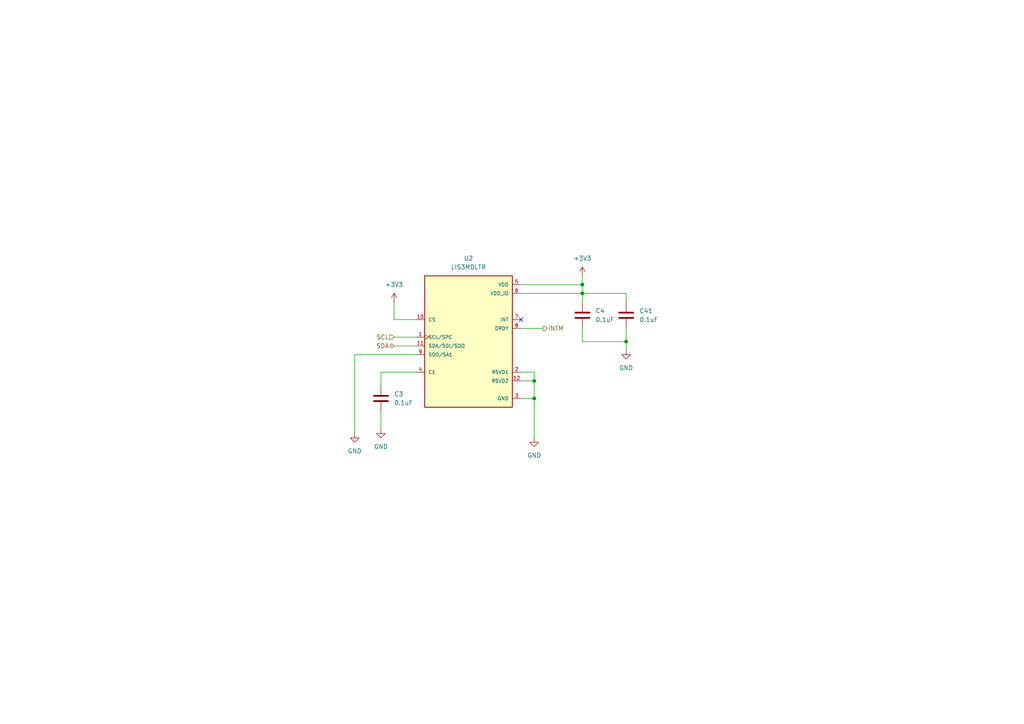
<source format=kicad_sch>
(kicad_sch (version 20211123) (generator eeschema)
  (paper "A4")
  (lib_symbols
    (symbol "Device:C" (pin_numbers hide) (pin_names (offset 0.254))
      (property "Reference" "C" (at 0.635 2.54 0))
      (property "Value" "C" (at 0.635 -2.54 0))
      (symbol "C_0_1"
        (polyline (pts (xy -2.032 -0.762) (xy 2.032 -0.762)) (stroke (width 0.508)))
        (polyline (pts (xy -2.032 0.762) (xy 2.032 0.762)) (stroke (width 0.508)))
      )
      (symbol "C_1_1"
        (pin passive line (at 0 3.81 270) (length 2.794) (name "~") (number "1"))
        (pin passive line (at 0 -3.81 90) (length 2.794) (name "~") (number "2"))
      )
    )
    (symbol "LIS3MDLTR:LIS3MDLTR" (pin_names (offset 1.016))
      (property "Reference" "U" (at -12.7 18.288 0))
      (property "Value" "LIS3MDLTR" (at -12.7254 -22.8854 0))
      (symbol "LIS3MDLTR_0_0"
        (rectangle (start -12.7 -20.32) (end 12.7 17.78) (stroke (width 0.254)) (fill (type background)))
        (pin input clock (at -15.24 0 0) (length 2.54) (name "SCL/SPC") (number "1"))
        (pin input line (at -15.24 5.08 0) (length 2.54) (name "CS") (number "10"))
        (pin bidirectional line (at -15.24 -2.54 0) (length 2.54) (name "SDA/SDI/SDO") (number "11"))
        (pin passive line (at 15.24 -12.7 180) (length 2.54) (name "RSVD2") (number "12"))
        (pin passive line (at 15.24 -10.16 180) (length 2.54) (name "RSVD1") (number "2"))
        (pin power_in line (at 15.24 -17.78 180) (length 2.54) (name "GND") (number "3"))
        (pin passive line (at -15.24 -10.16 0) (length 2.54) (name "C1") (number "4"))
        (pin power_in line (at 15.24 15.24 180) (length 2.54) (name "VDD") (number "5"))
        (pin power_in line (at 15.24 12.7 180) (length 2.54) (name "VDD_IO") (number "6"))
        (pin output line (at 15.24 5.08 180) (length 2.54) (name "INT") (number "7"))
        (pin output line (at 15.24 2.54 180) (length 2.54) (name "DRDY") (number "8"))
        (pin bidirectional line (at -15.24 -5.08 0) (length 2.54) (name "SDO/SA1") (number "9"))
      )
    )
    (symbol "power:+3.3V" (power) (pin_names (offset 0))
      (property "Value" "+3.3V" (at 0 3.556 0))
      (symbol "+3.3V_0_1"
        (polyline (pts (xy -0.762 1.27) (xy 0 2.54)))
        (polyline (pts (xy 0 0) (xy 0 2.54)))
        (polyline (pts (xy 0 2.54) (xy 0.762 1.27)))
      )
      (symbol "+3.3V_1_1"
        (pin power_in line (at 0 0 90) (length 0) hide (name "+3V3") (number "1"))
      )
    )
    (symbol "power:GND" (power) (pin_names (offset 0))
      (property "Value" "GND" (at 0 -3.81 0))
      (symbol "GND_0_1"
        (polyline (pts (xy 0 0) (xy 0 -1.27) (xy 1.27 -1.27) (xy 0 -2.54) (xy -1.27 -1.27) (xy 0 -1.27)))
      )
      (symbol "GND_1_1"
        (pin power_in line (at 0 0 270) (length 0) hide (name "GND") (number "1"))
      )
    )
  )
  (junction (at 168.91 82.55))
  (junction (at 168.91 85.09))
  (junction (at 181.61 99.06))
  (junction (at 154.94 110.49))
  (junction (at 154.94 115.57))
  (no_connect (at 151.13 92.71))
  (wire (pts (xy 168.91 80.01) (xy 168.91 82.55)))
  (wire (pts (xy 114.3 100.33) (xy 120.65 100.33)))
  (wire (pts (xy 151.13 85.09) (xy 168.91 85.09)))
  (wire (pts (xy 151.13 115.57) (xy 154.94 115.57)))
  (wire (pts (xy 114.3 97.79) (xy 120.65 97.79)))
  (wire (pts (xy 110.49 107.95) (xy 110.49 111.76)))
  (wire (pts (xy 181.61 95.25) (xy 181.61 99.06)))
  (wire (pts (xy 168.91 85.09) (xy 168.91 87.63)))
  (wire (pts (xy 154.94 115.57) (xy 154.94 127)))
  (wire (pts (xy 151.13 110.49) (xy 154.94 110.49)))
  (wire (pts (xy 110.49 119.38) (xy 110.49 124.46)))
  (wire (pts (xy 102.87 102.87) (xy 120.65 102.87)))
  (wire (pts (xy 181.61 85.09) (xy 181.61 87.63)))
  (wire (pts (xy 168.91 85.09) (xy 168.91 82.55)))
  (wire (pts (xy 151.13 107.95) (xy 154.94 107.95)))
  (wire (pts (xy 168.91 99.06) (xy 181.61 99.06)))
  (wire (pts (xy 151.13 82.55) (xy 168.91 82.55)))
  (wire (pts (xy 154.94 107.95) (xy 154.94 110.49)))
  (wire (pts (xy 151.13 95.25) (xy 157.48 95.25)))
  (wire (pts (xy 114.3 92.71) (xy 120.65 92.71)))
  (wire (pts (xy 181.61 99.06) (xy 181.61 101.6)))
  (wire (pts (xy 114.3 87.63) (xy 114.3 92.71)))
  (wire (pts (xy 154.94 110.49) (xy 154.94 115.57)))
  (wire (pts (xy 120.65 107.95) (xy 110.49 107.95)))
  (wire (pts (xy 168.91 95.25) (xy 168.91 99.06)))
  (wire (pts (xy 168.91 85.09) (xy 181.61 85.09)))
  (wire (pts (xy 102.87 125.73) (xy 102.87 102.87)))
  (hierarchical_label "SDA" (shape bidirectional) (at 114.3 100.33 180))
  (hierarchical_label "INTM" (shape output) (at 157.48 95.25 0))
  (hierarchical_label "SCL" (shape input) (at 114.3 97.79 180))
  (symbol (lib_id "power:GND") (at 110.49 124.46 0) (unit 1)
    (property "Reference" "#PWR05" (effects hide))
    (property "Value" "GND" (at 110.49 129.54 0))
  )
  (symbol (lib_id "power:GND") (at 181.61 101.6 0) (unit 1)
    (property "Reference" "#PWR085" (effects hide))
    (property "Value" "GND" (at 181.61 106.68 0))
  )
  (symbol (lib_id "Device:C") (at 181.61 91.44 0) (unit 1)
    (property "Reference" "C41" (at 185.42 90.1699 0) (effects (justify left)))
    (property "Value" "0.1uF" (at 185.42 92.7099 0) (effects (justify left)))
    (property "Footprint" "Capacitor_SMD:C_0603_1608Metric" (effects hide))
  )
  (symbol (lib_id "power:GND") (at 102.87 125.73 0) (unit 1)
    (property "Reference" "#PWR04" (effects hide))
    (property "Value" "GND" (at 102.87 130.81 0))
  )
  (symbol (lib_id "Device:C") (at 110.49 115.57 0) (unit 1)
    (property "Reference" "C3" (at 114.3 114.2999 0) (effects (justify left)))
    (property "Value" "0.1uF" (at 114.3 116.8399 0) (effects (justify left)))
    (property "Footprint" "Capacitor_SMD:C_0603_1608Metric" (effects hide))
  )
  (symbol (lib_id "Device:C") (at 168.91 91.44 0) (unit 1)
    (property "Reference" "C4" (at 172.72 90.1699 0) (effects (justify left)))
    (property "Value" "0.1uF" (at 172.72 92.7099 0) (effects (justify left)))
    (property "Footprint" "Capacitor_SMD:C_0603_1608Metric" (effects hide))
  )
  (symbol (lib_id "LIS3MDLTR:LIS3MDLTR") (at 135.89 97.79 0) (unit 1)
    (property "Reference" "U2" (at 135.89 74.93 0))
    (property "Value" "LIS3MDLTR" (at 135.89 77.47 0))
    (property "Footprint" "LIS3MDLTR:XDCR_LIS3MDLTR" (effects hide))
    (property "PACKAGE" "VFLGA-12 STMicroelectronics" (effects hide))
    (property "MF" "STMicroelectronics" (effects hide))
    (property "PRICE" "None" (effects hide))
    (property "DESCRIPTION" "LIS3MDL Series 3 Axis ±2/±8/±12/±16 g 3.6V High Performance Magnetometer LGA-12" (effects hide))
    (property "AVAILABILITY" "Unavailable" (effects hide))
    (property "PARTREV" "6" (effects hide))
    (property "STANDARD" "Manufacturer Recommendation" (effects hide))
    (property "MAXIMUM_PACKAGE_HEIGHT" "1mm" (effects hide))
    (property "MP" "LIS3MDLTR" (effects hide))
  )
  (symbol (lib_id "power:GND") (at 154.94 127 0) (unit 1)
    (property "Reference" "#PWR07" (effects hide))
    (property "Value" "GND" (at 154.94 132.08 0))
  )
  (symbol (lib_id "power:+3.3V") (at 168.91 80.01 0) (unit 1)
    (property "Reference" "#PWR084" (effects hide))
    (property "Value" "+3.3V" (at 168.91 74.93 0))
  )
  (symbol (lib_id "power:+3.3V") (at 114.3 87.63 0) (unit 1)
    (property "Reference" "#PWR06" (effects hide))
    (property "Value" "+3.3V" (at 114.3 82.55 0))
  )
)
</source>
